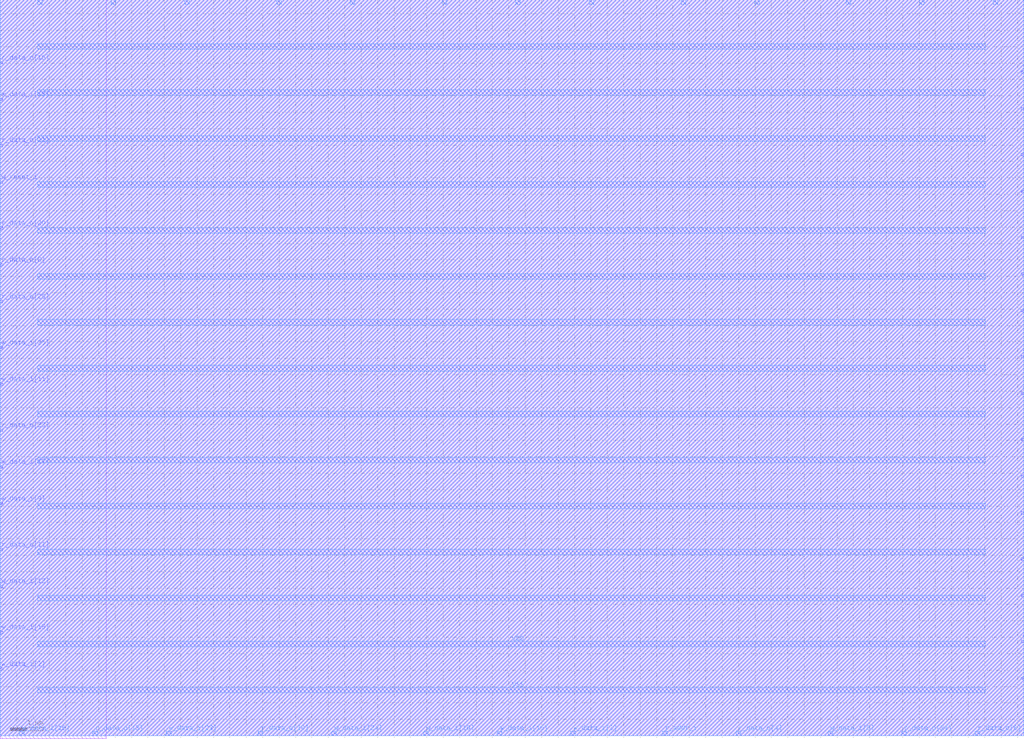
<source format=lef>
VERSION 5.8 ;
BUSBITCHARS "[]" ;
DIVIDERCHAR "/" ;
UNITS
    DATABASE MICRONS 2000 ;
END UNITS

MACRO bsg_mem_p26
  FOREIGN bsg_mem_p26 0 0 ;
  CLASS BLOCK ;
  SIZE 31.19 BY 22.435 ;
  PIN VSS
    USE GROUND ;
    DIRECTION INOUT ;
    PORT
      LAYER metal4 ;
        RECT  1.14 20.915 30.02 21.085 ;
        RECT  1.14 18.115 30.02 18.285 ;
        RECT  1.14 15.315 30.02 15.485 ;
        RECT  1.14 12.515 30.02 12.685 ;
        RECT  1.14 9.715 30.02 9.885 ;
        RECT  1.14 6.915 30.02 7.085 ;
        RECT  1.14 4.115 30.02 4.285 ;
        RECT  1.14 1.315 30.02 1.485 ;
    END
  END VSS
  PIN VDD
    USE POWER ;
    DIRECTION INOUT ;
    PORT
      LAYER metal4 ;
        RECT  1.14 19.515 30.02 19.685 ;
        RECT  1.14 16.715 30.02 16.885 ;
        RECT  1.14 13.915 30.02 14.085 ;
        RECT  1.14 11.115 30.02 11.285 ;
        RECT  1.14 8.315 30.02 8.485 ;
        RECT  1.14 5.515 30.02 5.685 ;
        RECT  1.14 2.715 30.02 2.885 ;
    END
  END VDD
  PIN r_addr_i
    DIRECTION INPUT ;
    USE SIGNAL ;
    PORT
      LAYER metal4 ;
        RECT  20.185 0 20.325 0.14 ;
    END
  END r_addr_i
  PIN r_data_o[0]
    DIRECTION OUTPUT ;
    USE SIGNAL ;
    PORT
      LAYER metal4 ;
        RECT  15.705 22.295 15.845 22.435 ;
    END
  END r_data_o[0]
  PIN r_data_o[10]
    DIRECTION OUTPUT ;
    USE SIGNAL ;
    PORT
      LAYER metal4 ;
        RECT  7.865 0 8.005 0.14 ;
    END
  END r_data_o[10]
  PIN r_data_o[11]
    DIRECTION OUTPUT ;
    USE SIGNAL ;
    PORT
      LAYER metal3 ;
        RECT  0 5.635 0.07 5.705 ;
    END
  END r_data_o[11]
  PIN r_data_o[12]
    DIRECTION OUTPUT ;
    USE SIGNAL ;
    PORT
      LAYER metal3 ;
        RECT  31.12 8.995 31.19 9.065 ;
    END
  END r_data_o[12]
  PIN r_data_o[13]
    DIRECTION OUTPUT ;
    USE SIGNAL ;
    PORT
      LAYER metal4 ;
        RECT  2.825 0 2.965 0.14 ;
    END
  END r_data_o[13]
  PIN r_data_o[14]
    DIRECTION OUTPUT ;
    USE SIGNAL ;
    PORT
      LAYER metal3 ;
        RECT  31.12 7.875 31.19 7.945 ;
    END
  END r_data_o[14]
  PIN r_data_o[15]
    DIRECTION OUTPUT ;
    USE SIGNAL ;
    PORT
      LAYER metal3 ;
        RECT  31.12 17.675 31.19 17.745 ;
    END
  END r_data_o[15]
  PIN r_data_o[16]
    DIRECTION OUTPUT ;
    USE SIGNAL ;
    PORT
      LAYER metal3 ;
        RECT  0 20.475 0.07 20.545 ;
    END
  END r_data_o[16]
  PIN r_data_o[17]
    DIRECTION OUTPUT ;
    USE SIGNAL ;
    PORT
      LAYER metal3 ;
        RECT  31.12 6.755 31.19 6.825 ;
    END
  END r_data_o[17]
  PIN r_data_o[18]
    DIRECTION OUTPUT ;
    USE SIGNAL ;
    PORT
      LAYER metal3 ;
        RECT  31.12 15.155 31.19 15.225 ;
    END
  END r_data_o[18]
  PIN r_data_o[19]
    DIRECTION OUTPUT ;
    USE SIGNAL ;
    PORT
      LAYER metal3 ;
        RECT  31.12 1.715 31.19 1.785 ;
    END
  END r_data_o[19]
  PIN r_data_o[1]
    DIRECTION OUTPUT ;
    USE SIGNAL ;
    PORT
      LAYER metal3 ;
        RECT  31.12 14.035 31.19 14.105 ;
    END
  END r_data_o[1]
  PIN r_data_o[20]
    DIRECTION OUTPUT ;
    USE SIGNAL ;
    PORT
      LAYER metal3 ;
        RECT  0 15.435 0.07 15.505 ;
    END
  END r_data_o[20]
  PIN r_data_o[21]
    DIRECTION OUTPUT ;
    USE SIGNAL ;
    PORT
      LAYER metal3 ;
        RECT  0 17.955 0.07 18.025 ;
    END
  END r_data_o[21]
  PIN r_data_o[22]
    DIRECTION OUTPUT ;
    USE SIGNAL ;
    PORT
      LAYER metal4 ;
        RECT  13.465 22.295 13.605 22.435 ;
    END
  END r_data_o[22]
  PIN r_data_o[23]
    DIRECTION OUTPUT ;
    USE SIGNAL ;
    PORT
      LAYER metal3 ;
        RECT  0 9.275 0.07 9.345 ;
    END
  END r_data_o[23]
  PIN r_data_o[24]
    DIRECTION OUTPUT ;
    USE SIGNAL ;
    PORT
      LAYER metal4 ;
        RECT  27.465 0 27.605 0.14 ;
    END
  END r_data_o[24]
  PIN r_data_o[25]
    DIRECTION OUTPUT ;
    USE SIGNAL ;
    PORT
      LAYER metal3 ;
        RECT  0 13.195 0.07 13.265 ;
    END
  END r_data_o[25]
  PIN r_data_o[2]
    DIRECTION OUTPUT ;
    USE SIGNAL ;
    PORT
      LAYER metal3 ;
        RECT  31.12 19.075 31.19 19.145 ;
    END
  END r_data_o[2]
  PIN r_data_o[3]
    DIRECTION OUTPUT ;
    USE SIGNAL ;
    PORT
      LAYER metal3 ;
        RECT  31.12 12.915 31.19 12.985 ;
    END
  END r_data_o[3]
  PIN r_data_o[4]
    DIRECTION OUTPUT ;
    USE SIGNAL ;
    PORT
      LAYER metal4 ;
        RECT  22.425 0 22.565 0.14 ;
    END
  END r_data_o[4]
  PIN r_data_o[5]
    DIRECTION OUTPUT ;
    USE SIGNAL ;
    PORT
      LAYER metal4 ;
        RECT  22.985 22.295 23.125 22.435 ;
    END
  END r_data_o[5]
  PIN r_data_o[6]
    DIRECTION OUTPUT ;
    USE SIGNAL ;
    PORT
      LAYER metal4 ;
        RECT  29.705 0 29.845 0.14 ;
    END
  END r_data_o[6]
  PIN r_data_o[7]
    DIRECTION OUTPUT ;
    USE SIGNAL ;
    PORT
      LAYER metal3 ;
        RECT  31.12 4.235 31.19 4.305 ;
    END
  END r_data_o[7]
  PIN r_data_o[8]
    DIRECTION OUTPUT ;
    USE SIGNAL ;
    PORT
      LAYER metal3 ;
        RECT  0 14.315 0.07 14.385 ;
    END
  END r_data_o[8]
  PIN r_data_o[9]
    DIRECTION OUTPUT ;
    USE SIGNAL ;
    PORT
      LAYER metal3 ;
        RECT  31.12 5.355 31.19 5.425 ;
    END
  END r_data_o[9]
  PIN r_v_i
    DIRECTION INPUT ;
    USE SIGNAL ;
    PORT
      LAYER metal4 ;
        RECT  30.265 22.295 30.405 22.435 ;
    END
  END r_v_i
  PIN w_addr_i
    DIRECTION INPUT ;
    USE SIGNAL ;
    PORT
      LAYER metal4 ;
        RECT  20.745 22.295 20.885 22.435 ;
    END
  END w_addr_i
  PIN w_clk_i
    DIRECTION INPUT ;
    USE SIGNAL ;
    PORT
      LAYER metal4 ;
        RECT  3.385 22.295 3.525 22.435 ;
    END
  END w_clk_i
  PIN w_data_i[0]
    DIRECTION INPUT ;
    USE SIGNAL ;
    PORT
      LAYER metal4 ;
        RECT  10.665 22.295 10.805 22.435 ;
    END
  END w_data_i[0]
  PIN w_data_i[10]
    DIRECTION INPUT ;
    USE SIGNAL ;
    PORT
      LAYER metal4 ;
        RECT  15.145 0 15.285 0.14 ;
    END
  END w_data_i[10]
  PIN w_data_i[11]
    DIRECTION INPUT ;
    USE SIGNAL ;
    PORT
      LAYER metal3 ;
        RECT  0 10.675 0.07 10.745 ;
    END
  END w_data_i[11]
  PIN w_data_i[12]
    DIRECTION INPUT ;
    USE SIGNAL ;
    PORT
      LAYER metal3 ;
        RECT  0 4.515 0.07 4.585 ;
    END
  END w_data_i[12]
  PIN w_data_i[13]
    DIRECTION INPUT ;
    USE SIGNAL ;
    PORT
      LAYER metal3 ;
        RECT  0 19.355 0.07 19.425 ;
    END
  END w_data_i[13]
  PIN w_data_i[14]
    DIRECTION INPUT ;
    USE SIGNAL ;
    PORT
      LAYER metal4 ;
        RECT  17.945 22.295 18.085 22.435 ;
    END
  END w_data_i[14]
  PIN w_data_i[15]
    DIRECTION INPUT ;
    USE SIGNAL ;
    PORT
      LAYER metal3 ;
        RECT  0 3.115 0.07 3.185 ;
    END
  END w_data_i[15]
  PIN w_data_i[16]
    DIRECTION INPUT ;
    USE SIGNAL ;
    PORT
      LAYER metal4 ;
        RECT  0.585 0 0.725 0.14 ;
    END
  END w_data_i[16]
  PIN w_data_i[17]
    DIRECTION INPUT ;
    USE SIGNAL ;
    PORT
      LAYER metal3 ;
        RECT  0 8.155 0.07 8.225 ;
    END
  END w_data_i[17]
  PIN w_data_i[18]
    DIRECTION INPUT ;
    USE SIGNAL ;
    PORT
      LAYER metal3 ;
        RECT  31.12 20.195 31.19 20.265 ;
    END
  END w_data_i[18]
  PIN w_data_i[19]
    DIRECTION INPUT ;
    USE SIGNAL ;
    PORT
      LAYER metal4 ;
        RECT  12.905 0 13.045 0.14 ;
    END
  END w_data_i[19]
  PIN w_data_i[1]
    DIRECTION INPUT ;
    USE SIGNAL ;
    PORT
      LAYER metal3 ;
        RECT  31.12 16.555 31.19 16.625 ;
    END
  END w_data_i[1]
  PIN w_data_i[20]
    DIRECTION INPUT ;
    USE SIGNAL ;
    PORT
      LAYER metal3 ;
        RECT  31.12 2.835 31.19 2.905 ;
    END
  END w_data_i[20]
  PIN w_data_i[21]
    DIRECTION INPUT ;
    USE SIGNAL ;
    PORT
      LAYER metal4 ;
        RECT  8.425 22.295 8.565 22.435 ;
    END
  END w_data_i[21]
  PIN w_data_i[22]
    DIRECTION INPUT ;
    USE SIGNAL ;
    PORT
      LAYER metal3 ;
        RECT  31.12 10.395 31.19 10.465 ;
    END
  END w_data_i[22]
  PIN w_data_i[23]
    DIRECTION INPUT ;
    USE SIGNAL ;
    PORT
      LAYER metal4 ;
        RECT  5.065 0 5.205 0.14 ;
    END
  END w_data_i[23]
  PIN w_data_i[24]
    DIRECTION INPUT ;
    USE SIGNAL ;
    PORT
      LAYER metal4 ;
        RECT  10.105 0 10.245 0.14 ;
    END
  END w_data_i[24]
  PIN w_data_i[25]
    DIRECTION INPUT ;
    USE SIGNAL ;
    PORT
      LAYER metal3 ;
        RECT  0 11.795 0.07 11.865 ;
    END
  END w_data_i[25]
  PIN w_data_i[2]
    DIRECTION INPUT ;
    USE SIGNAL ;
    PORT
      LAYER metal3 ;
        RECT  0 1.995 0.07 2.065 ;
    END
  END w_data_i[2]
  PIN w_data_i[3]
    DIRECTION INPUT ;
    USE SIGNAL ;
    PORT
      LAYER metal4 ;
        RECT  17.385 0 17.525 0.14 ;
    END
  END w_data_i[3]
  PIN w_data_i[4]
    DIRECTION INPUT ;
    USE SIGNAL ;
    PORT
      LAYER metal4 ;
        RECT  28.025 22.295 28.165 22.435 ;
    END
  END w_data_i[4]
  PIN w_data_i[5]
    DIRECTION INPUT ;
    USE SIGNAL ;
    PORT
      LAYER metal4 ;
        RECT  25.785 22.295 25.925 22.435 ;
    END
  END w_data_i[5]
  PIN w_data_i[6]
    DIRECTION INPUT ;
    USE SIGNAL ;
    PORT
      LAYER metal4 ;
        RECT  1.145 22.295 1.285 22.435 ;
    END
  END w_data_i[6]
  PIN w_data_i[7]
    DIRECTION INPUT ;
    USE SIGNAL ;
    PORT
      LAYER metal4 ;
        RECT  5.625 22.295 5.765 22.435 ;
    END
  END w_data_i[7]
  PIN w_data_i[8]
    DIRECTION INPUT ;
    USE SIGNAL ;
    PORT
      LAYER metal4 ;
        RECT  25.225 0 25.365 0.14 ;
    END
  END w_data_i[8]
  PIN w_data_i[9]
    DIRECTION INPUT ;
    USE SIGNAL ;
    PORT
      LAYER metal3 ;
        RECT  0 7.035 0.07 7.105 ;
    END
  END w_data_i[9]
  PIN w_reset_i
    DIRECTION INPUT ;
    USE SIGNAL ;
    PORT
      LAYER metal3 ;
        RECT  0 16.835 0.07 16.905 ;
    END
  END w_reset_i
  PIN w_v_i
    DIRECTION INPUT ;
    USE SIGNAL ;
    PORT
      LAYER metal3 ;
        RECT  31.12 11.515 31.19 11.585 ;
    END
  END w_v_i
  OBS
    LAYER metal1 ;
     RECT  0 -0.085 3.23 22.435 ;
     RECT  3.23 0 31.19 22.435 ;
    LAYER metal2 ;
     RECT  0 0 31.19 22.435 ;
    LAYER metal3 ;
     RECT  0 0 31.19 22.435 ;
    LAYER metal4 ;
     RECT  0 0 31.19 22.435 ;
  END
END bsg_mem_p26
END LIBRARY

</source>
